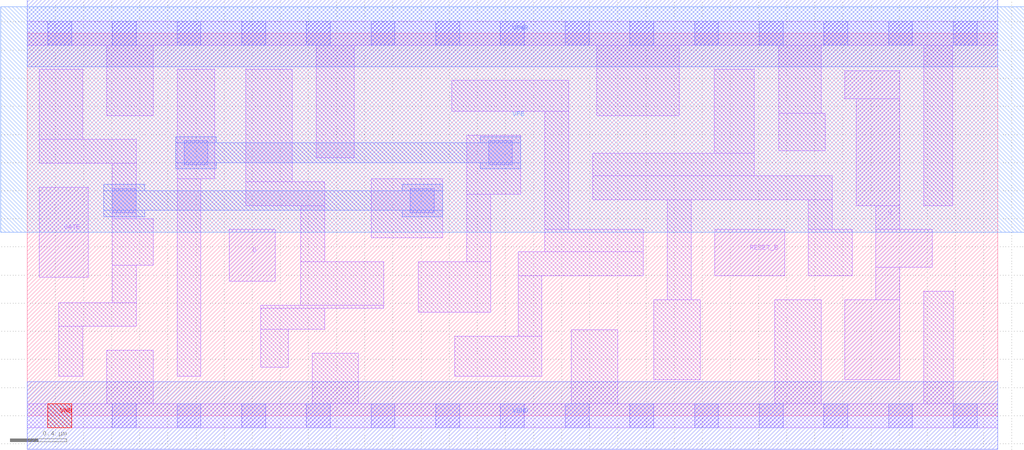
<source format=lef>
# Copyright 2020 The SkyWater PDK Authors
#
# Licensed under the Apache License, Version 2.0 (the "License");
# you may not use this file except in compliance with the License.
# You may obtain a copy of the License at
#
#     https://www.apache.org/licenses/LICENSE-2.0
#
# Unless required by applicable law or agreed to in writing, software
# distributed under the License is distributed on an "AS IS" BASIS,
# WITHOUT WARRANTIES OR CONDITIONS OF ANY KIND, either express or implied.
# See the License for the specific language governing permissions and
# limitations under the License.
#
# SPDX-License-Identifier: Apache-2.0

VERSION 5.7 ;
  NOWIREEXTENSIONATPIN ON ;
  DIVIDERCHAR "/" ;
  BUSBITCHARS "[]" ;
PROPERTYDEFINITIONS
  MACRO maskLayoutSubType STRING ;
  MACRO prCellType STRING ;
  MACRO originalViewName STRING ;
END PROPERTYDEFINITIONS
MACRO sky130_fd_sc_hdll__dlrtp_2
  CLASS CORE ;
  FOREIGN sky130_fd_sc_hdll__dlrtp_2 ;
  ORIGIN  0.000000  0.000000 ;
  SIZE  6.900000 BY  2.720000 ;
  SYMMETRY X Y R90 ;
  SITE unithd ;
  PIN D
    ANTENNAGATEAREA  0.178200 ;
    DIRECTION INPUT ;
    USE SIGNAL ;
    PORT
      LAYER li1 ;
        RECT 1.435000 0.955000 1.765000 1.325000 ;
    END
  END D
  PIN GATE
    ANTENNAGATEAREA  0.178200 ;
    DIRECTION INPUT ;
    USE SIGNAL ;
    PORT
      LAYER li1 ;
        RECT 0.085000 0.985000 0.435000 1.625000 ;
    END
  END GATE
  PIN Q
    ANTENNADIFFAREA  0.465500 ;
    DIRECTION OUTPUT ;
    USE SIGNAL ;
    PORT
      LAYER li1 ;
        RECT 5.815000 0.255000 6.205000 0.825000 ;
        RECT 5.815000 2.255000 6.205000 2.455000 ;
        RECT 5.895000 1.495000 6.205000 2.255000 ;
        RECT 6.035000 0.825000 6.205000 1.055000 ;
        RECT 6.035000 1.055000 6.435000 1.325000 ;
        RECT 6.035000 1.325000 6.205000 1.495000 ;
    END
  END Q
  PIN RESET_B
    ANTENNAGATEAREA  0.277500 ;
    DIRECTION INPUT ;
    USE SIGNAL ;
    PORT
      LAYER li1 ;
        RECT 4.890000 0.995000 5.385000 1.325000 ;
    END
  END RESET_B
  PIN VGND
    ANTENNADIFFAREA  0.804750 ;
    DIRECTION INOUT ;
    USE SIGNAL ;
    PORT
      LAYER met1 ;
        RECT 0.000000 -0.240000 6.900000 0.240000 ;
    END
  END VGND
  PIN VPWR
    ANTENNADIFFAREA  1.411000 ;
    DIRECTION INOUT ;
    USE SIGNAL ;
    PORT
      LAYER met1 ;
        RECT 0.000000 2.480000 6.900000 2.960000 ;
    END
  END VPWR
  PIN VNB
    DIRECTION INOUT ;
    USE GROUND ;
    PORT
      LAYER pwell ;
        RECT 0.145000 -0.085000 0.315000 0.085000 ;
    END
  END VNB
  PIN VPB
    DIRECTION INOUT ;
    USE POWER ;
    PORT
      LAYER nwell ;
        RECT -0.190000 1.305000 7.090000 2.910000 ;
    END
  END VPB
  OBS
    LAYER li1 ;
      RECT 0.000000 -0.085000 6.900000 0.085000 ;
      RECT 0.000000  2.635000 6.900000 2.805000 ;
      RECT 0.085000  1.795000 0.775000 1.965000 ;
      RECT 0.085000  1.965000 0.395000 2.465000 ;
      RECT 0.225000  0.280000 0.395000 0.635000 ;
      RECT 0.225000  0.635000 0.775000 0.805000 ;
      RECT 0.565000  0.085000 0.895000 0.465000 ;
      RECT 0.565000  2.135000 0.895000 2.635000 ;
      RECT 0.605000  0.805000 0.775000 1.070000 ;
      RECT 0.605000  1.070000 0.895000 1.400000 ;
      RECT 0.605000  1.400000 0.775000 1.795000 ;
      RECT 1.065000  0.280000 1.235000 1.685000 ;
      RECT 1.065000  1.685000 1.335000 2.465000 ;
      RECT 1.555000  1.495000 2.115000 1.665000 ;
      RECT 1.555000  1.665000 1.885000 2.465000 ;
      RECT 1.660000  0.345000 1.855000 0.615000 ;
      RECT 1.660000  0.615000 2.115000 0.765000 ;
      RECT 1.660000  0.765000 2.535000 0.785000 ;
      RECT 1.945000  0.785000 2.535000 1.095000 ;
      RECT 1.945000  1.095000 2.115000 1.495000 ;
      RECT 2.025000  0.085000 2.355000 0.445000 ;
      RECT 2.055000  1.835000 2.325000 2.635000 ;
      RECT 2.445000  1.265000 2.955000 1.685000 ;
      RECT 2.780000  0.735000 3.295000 1.095000 ;
      RECT 3.020000  2.165000 3.850000 2.385000 ;
      RECT 3.040000  0.280000 3.660000 0.565000 ;
      RECT 3.125000  1.095000 3.295000 1.575000 ;
      RECT 3.125000  1.575000 3.510000 1.995000 ;
      RECT 3.490000  0.565000 3.660000 0.995000 ;
      RECT 3.490000  0.995000 4.380000 1.165000 ;
      RECT 3.680000  1.165000 4.380000 1.325000 ;
      RECT 3.680000  1.325000 3.850000 2.165000 ;
      RECT 3.870000  0.085000 4.200000 0.610000 ;
      RECT 4.020000  1.535000 5.725000 1.705000 ;
      RECT 4.020000  1.705000 5.170000 1.865000 ;
      RECT 4.050000  2.135000 4.635000 2.635000 ;
      RECT 4.455000  0.255000 4.785000 0.825000 ;
      RECT 4.550000  0.825000 4.720000 1.535000 ;
      RECT 4.885000  1.865000 5.170000 2.465000 ;
      RECT 5.315000  0.085000 5.645000 0.825000 ;
      RECT 5.345000  1.885000 5.675000 2.150000 ;
      RECT 5.345000  2.150000 5.645000 2.635000 ;
      RECT 5.555000  0.995000 5.865000 1.325000 ;
      RECT 5.555000  1.325000 5.725000 1.535000 ;
      RECT 6.375000  0.085000 6.585000 0.885000 ;
      RECT 6.375000  1.495000 6.580000 2.635000 ;
    LAYER mcon ;
      RECT 0.145000 -0.085000 0.315000 0.085000 ;
      RECT 0.145000  2.635000 0.315000 2.805000 ;
      RECT 0.605000 -0.085000 0.775000 0.085000 ;
      RECT 0.605000  1.445000 0.775000 1.615000 ;
      RECT 0.605000  2.635000 0.775000 2.805000 ;
      RECT 1.065000 -0.085000 1.235000 0.085000 ;
      RECT 1.065000  2.635000 1.235000 2.805000 ;
      RECT 1.115000  1.785000 1.285000 1.955000 ;
      RECT 1.525000 -0.085000 1.695000 0.085000 ;
      RECT 1.525000  2.635000 1.695000 2.805000 ;
      RECT 1.985000 -0.085000 2.155000 0.085000 ;
      RECT 1.985000  2.635000 2.155000 2.805000 ;
      RECT 2.445000 -0.085000 2.615000 0.085000 ;
      RECT 2.445000  2.635000 2.615000 2.805000 ;
      RECT 2.725000  1.445000 2.895000 1.615000 ;
      RECT 2.905000 -0.085000 3.075000 0.085000 ;
      RECT 2.905000  2.635000 3.075000 2.805000 ;
      RECT 3.280000  1.785000 3.450000 1.955000 ;
      RECT 3.365000 -0.085000 3.535000 0.085000 ;
      RECT 3.365000  2.635000 3.535000 2.805000 ;
      RECT 3.825000 -0.085000 3.995000 0.085000 ;
      RECT 3.825000  2.635000 3.995000 2.805000 ;
      RECT 4.285000 -0.085000 4.455000 0.085000 ;
      RECT 4.285000  2.635000 4.455000 2.805000 ;
      RECT 4.745000 -0.085000 4.915000 0.085000 ;
      RECT 4.745000  2.635000 4.915000 2.805000 ;
      RECT 5.205000 -0.085000 5.375000 0.085000 ;
      RECT 5.205000  2.635000 5.375000 2.805000 ;
      RECT 5.665000 -0.085000 5.835000 0.085000 ;
      RECT 5.665000  2.635000 5.835000 2.805000 ;
      RECT 6.125000 -0.085000 6.295000 0.085000 ;
      RECT 6.125000  2.635000 6.295000 2.805000 ;
      RECT 6.585000 -0.085000 6.755000 0.085000 ;
      RECT 6.585000  2.635000 6.755000 2.805000 ;
    LAYER met1 ;
      RECT 0.545000 1.415000 0.835000 1.460000 ;
      RECT 0.545000 1.460000 2.955000 1.600000 ;
      RECT 0.545000 1.600000 0.835000 1.645000 ;
      RECT 1.055000 1.755000 1.345000 1.800000 ;
      RECT 1.055000 1.800000 3.510000 1.940000 ;
      RECT 1.055000 1.940000 1.345000 1.985000 ;
      RECT 2.665000 1.415000 2.955000 1.460000 ;
      RECT 2.665000 1.600000 2.955000 1.645000 ;
      RECT 3.220000 1.755000 3.510000 1.800000 ;
      RECT 3.220000 1.940000 3.510000 1.985000 ;
  END
  PROPERTY maskLayoutSubType "abstract" ;
  PROPERTY prCellType "standard" ;
  PROPERTY originalViewName "layout" ;
END sky130_fd_sc_hdll__dlrtp_2
END LIBRARY

</source>
